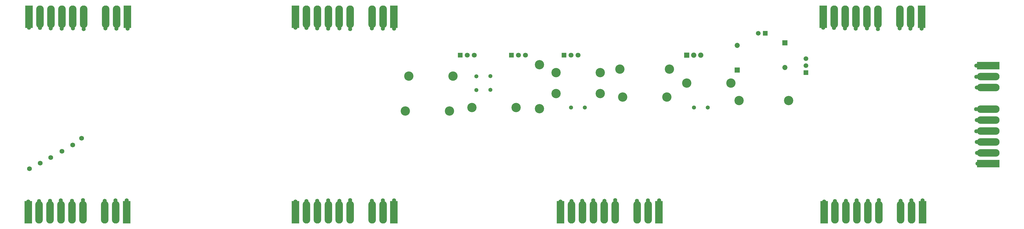
<source format=gbs>
G04 Layer_Color=16711935*
%FSLAX25Y25*%
%MOIN*%
G70*
G01*
G75*
%ADD34O,0.10800X0.32300*%
%ADD35R,0.10800X0.32300*%
%ADD36O,0.32300X0.10800*%
%ADD37R,0.32300X0.10800*%
%ADD38C,0.06800*%
%ADD39C,0.13300*%
%ADD40R,0.07099X0.07099*%
%ADD41C,0.07099*%
%ADD42C,0.07296*%
%ADD43R,0.07296X0.07296*%
%ADD44C,0.05800*%
%ADD45C,0.06706*%
%ADD46R,0.06706X0.06706*%
%ADD47R,0.06706X0.06706*%
%ADD48C,0.07493*%
%ADD49R,0.07493X0.07493*%
D34*
X658200Y465000D02*
D03*
X642600D02*
D03*
X673800D02*
D03*
X705000D02*
D03*
X736200D02*
D03*
X689400D02*
D03*
X751800D02*
D03*
X261400Y185000D02*
D03*
X277000D02*
D03*
X292600D02*
D03*
X308200D02*
D03*
X323800D02*
D03*
X370600D02*
D03*
X355000D02*
D03*
X1020600D02*
D03*
X1036200D02*
D03*
X1051800D02*
D03*
X1067400D02*
D03*
X1083000D02*
D03*
X1129800D02*
D03*
X1114200D02*
D03*
X278200Y465000D02*
D03*
X262600D02*
D03*
X293800D02*
D03*
X325000D02*
D03*
X356200D02*
D03*
X309400D02*
D03*
X371800D02*
D03*
X642600Y185000D02*
D03*
X658200D02*
D03*
X673800D02*
D03*
X689400D02*
D03*
X705000D02*
D03*
X751800D02*
D03*
X736200D02*
D03*
X1396400D02*
D03*
X1412000D02*
D03*
X1427600D02*
D03*
X1443200D02*
D03*
X1458800D02*
D03*
X1505600D02*
D03*
X1490000D02*
D03*
X1395200Y465000D02*
D03*
X1410800D02*
D03*
X1426400D02*
D03*
X1457600D02*
D03*
X1488800D02*
D03*
X1442000D02*
D03*
X1504400D02*
D03*
D35*
X627000D02*
D03*
X767400D02*
D03*
X245800Y185000D02*
D03*
X386200D02*
D03*
X1005000D02*
D03*
X1145400D02*
D03*
X247000Y465000D02*
D03*
X387400D02*
D03*
X627000Y185000D02*
D03*
X767400D02*
D03*
X1380800D02*
D03*
X1521200D02*
D03*
X1379600Y465000D02*
D03*
X1520000D02*
D03*
D36*
X1615000Y301400D02*
D03*
Y285800D02*
D03*
Y270200D02*
D03*
Y363800D02*
D03*
Y379400D02*
D03*
Y332600D02*
D03*
Y317000D02*
D03*
D37*
Y254600D02*
D03*
Y395000D02*
D03*
D38*
X247500Y247500D02*
D03*
X263000Y255500D02*
D03*
X278000Y263500D02*
D03*
X294000Y272500D02*
D03*
X309200Y281500D02*
D03*
X322056Y291000D02*
D03*
D39*
X1330433Y345000D02*
D03*
X1259567D02*
D03*
X878504Y335000D02*
D03*
X941496D02*
D03*
X783504Y330000D02*
D03*
X846496D02*
D03*
X975000Y396496D02*
D03*
Y333504D02*
D03*
X1061496Y385000D02*
D03*
X998504D02*
D03*
X1061496Y355000D02*
D03*
X998504D02*
D03*
X1247992Y370000D02*
D03*
X1185000D02*
D03*
X1093504Y350000D02*
D03*
X1156496D02*
D03*
X1160433Y390000D02*
D03*
X1089567D02*
D03*
X788504Y380000D02*
D03*
X851496D02*
D03*
D40*
X935000Y410000D02*
D03*
X1010000D02*
D03*
X862000D02*
D03*
D41*
X945000D02*
D03*
X955000D02*
D03*
X1020000D02*
D03*
X1030000D02*
D03*
X872000D02*
D03*
X882000D02*
D03*
D42*
X1325000Y392284D02*
D03*
X1257000Y424000D02*
D03*
D43*
X1325000Y427716D02*
D03*
X1257000Y388567D02*
D03*
D44*
X885000Y379842D02*
D03*
Y360157D02*
D03*
X1039685Y335000D02*
D03*
X1020000D02*
D03*
X1195158D02*
D03*
X1214843D02*
D03*
X905000Y380000D02*
D03*
Y360315D02*
D03*
X642500Y449000D02*
D03*
X627000Y449500D02*
D03*
X673500Y448000D02*
D03*
X658000Y448500D02*
D03*
X705000Y447500D02*
D03*
X689500Y448500D02*
D03*
X751500Y448000D02*
D03*
X767500D02*
D03*
X736000Y448500D02*
D03*
X245800Y200500D02*
D03*
X261300Y201000D02*
D03*
X276800Y201500D02*
D03*
X292300Y202000D02*
D03*
X308300Y201500D02*
D03*
X323800Y202500D02*
D03*
X354800Y201500D02*
D03*
X370300Y202000D02*
D03*
X386300D02*
D03*
X1005000Y200500D02*
D03*
X1020500Y201000D02*
D03*
X1036000Y201500D02*
D03*
X1051500Y202000D02*
D03*
X1067500Y201500D02*
D03*
X1083000Y202500D02*
D03*
X1114000Y201500D02*
D03*
X1129500Y202000D02*
D03*
X1145500D02*
D03*
X262500Y449000D02*
D03*
X247000Y449500D02*
D03*
X293500Y448000D02*
D03*
X278000Y448500D02*
D03*
X325000Y447500D02*
D03*
X309500Y448500D02*
D03*
X371500Y448000D02*
D03*
X387500D02*
D03*
X356000Y448500D02*
D03*
X627000Y200500D02*
D03*
X642500Y201000D02*
D03*
X658000Y201500D02*
D03*
X673500Y202000D02*
D03*
X689500Y201500D02*
D03*
X705000Y202500D02*
D03*
X736000Y201500D02*
D03*
X751500Y202000D02*
D03*
X767500D02*
D03*
X1380800Y200500D02*
D03*
X1396300Y201000D02*
D03*
X1411800Y201500D02*
D03*
X1427300Y202000D02*
D03*
X1443300Y201500D02*
D03*
X1458800Y202500D02*
D03*
X1489800Y201500D02*
D03*
X1505300Y202000D02*
D03*
X1521300D02*
D03*
X1598500Y285600D02*
D03*
X1598000Y301100D02*
D03*
X1598500Y317100D02*
D03*
X1599500Y254600D02*
D03*
X1599000Y270100D02*
D03*
X1597500Y332600D02*
D03*
X1598000Y395100D02*
D03*
Y379100D02*
D03*
X1598500Y363600D02*
D03*
X1395100Y449000D02*
D03*
X1379600Y449500D02*
D03*
X1426100Y448000D02*
D03*
X1410600Y448500D02*
D03*
X1457600Y447500D02*
D03*
X1442100Y448500D02*
D03*
X1504100Y448000D02*
D03*
X1520100D02*
D03*
X1488600Y448500D02*
D03*
D45*
X1287000Y441284D02*
D03*
X1355000Y405000D02*
D03*
Y395000D02*
D03*
D46*
X1297000Y441284D02*
D03*
D47*
X1355000Y385000D02*
D03*
D48*
X1195000Y410000D02*
D03*
X1205000D02*
D03*
D49*
X1185000D02*
D03*
M02*

</source>
